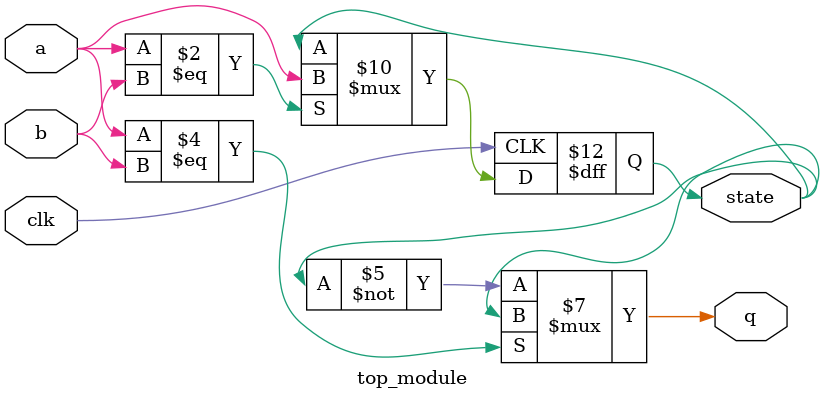
<source format=v>
module top_module (
    input clk,
    input a,
    input b,
    output q,
    output state  );
    
    always @(posedge clk)
        begin
            if(a==b)
                state <=a;
            else
                state <=state;
        end
    always @(*)
        begin
            if(a==b)
                q=state;
            else
                q=~state;
        end

endmodule

</source>
